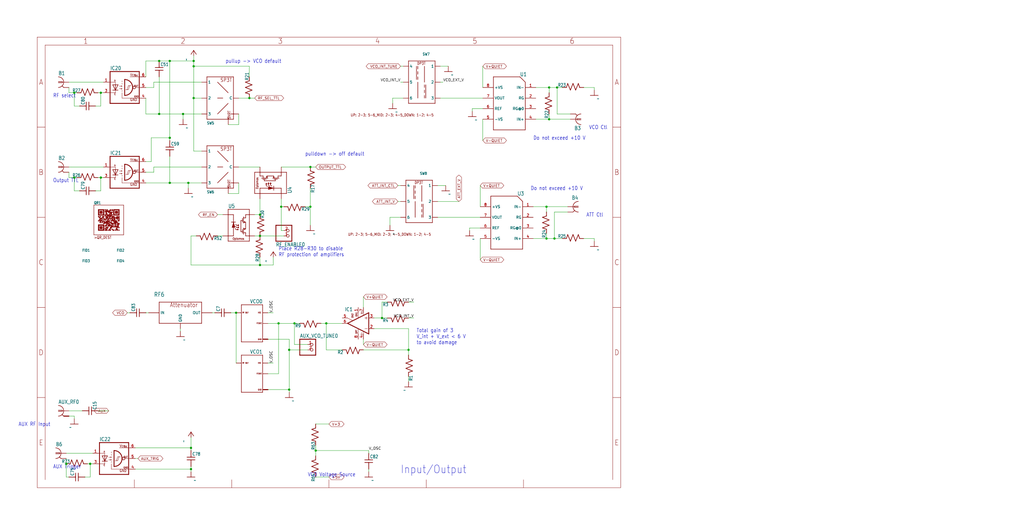
<source format=kicad_sch>
(kicad_sch (version 20211123) (generator eeschema)
  (paper "User" 490.22 254.406)
  (lib_symbols
    (symbol "aom_simple-eagle-import:+5V" (power)
      (property "Value" "+5V" (at -2.54 -5.08 90))
      (symbol "+5V_1_0"
        (pin power_in line (at 0 -2.54 90) (length 2.54) (name "+5V") (number "1"))
      )
    )
    (symbol "aom_simple-eagle-import:AD8421"
      (property "Reference" "U" (at -8.382 12.954 0))
      (property "Value" "AD8421" (at -7.62 -14.732 0))
      (symbol "AD8421_1_0"
        (pin bidirectional line (at -12.7 7.62 0) (length 5.08) (name "IN-") (number "1"))
        (pin bidirectional line (at -12.7 2.54 0) (length 5.08) (name "RG") (number "2"))
        (pin bidirectional line (at -12.7 -2.54 0) (length 5.08) (name "RG@0") (number "3"))
        (pin bidirectional line (at -12.7 -7.62 0) (length 5.08) (name "IN+") (number "4"))
        (pin bidirectional line (at 12.7 -7.62 180) (length 5.08) (name "-VS") (number "5"))
        (pin bidirectional line (at 12.7 -2.54 180) (length 5.08) (name "REF") (number "6"))
        (pin bidirectional line (at 12.7 2.54 180) (length 5.08) (name "VOUT") (number "7"))
        (pin bidirectional line (at 12.7 7.62 180) (length 5.08) (name "+VS") (number "8"))
      )
    )
    (symbol "aom_simple-eagle-import:ATTENUATOR-0805"
      (property "Reference" "RF" (at -10.16 7.62 0))
      (property "Value" "ATTENUATOR-0805" (at 2.54 7.62 0))
      (symbol "ATTENUATOR-0805_1_0"
        (text "Attenuator" (at -2.54 2.54 0) (effects (font (size 2.032 1.7272)) (justify left bottom)))
        (pin passive line (at -12.7 0 0) (length 5.08) (name "IN") (number "1"))
        (pin passive line (at 17.78 0 180) (length 5.08) (name "OUT") (number "2"))
        (pin passive line (at 2.54 -7.62 90) (length 2.54) (name "GND") (number "3"))
      )
    )
    (symbol "aom_simple-eagle-import:BNC-V"
      (property "Reference" "X" (at -2.54 3.302 0))
      (symbol "BNC-V_1_0"
        (pin passive line (at 2.54 0 180) (length 2.54) (name "1") (number "1"))
        (pin passive line (at 2.54 -2.54 180) (length 2.54) (name "2") (number "2"))
      )
    )
    (symbol "aom_simple-eagle-import:CPC1017NTR"
      (property "Reference" "U" (at -5.08 -10.16 0))
      (property "Value" "CPC1017NTR" (at -5.08 -12.7 0))
      (symbol "CPC1017NTR_1_0"
        (text "Optomos" (at -3.048 5.842 0) (effects (font (size 1.016 0.8636)) (justify left bottom)))
        (pin bidirectional line (at -7.62 5.08 0) (length 2.54) (name "C+") (number "P$1"))
        (pin bidirectional line (at -7.62 -5.08 0) (length 2.54) (name "C-") (number "P$2"))
        (pin bidirectional line (at 7.62 -5.08 180) (length 2.54) (name "L-") (number "P$3"))
        (pin bidirectional line (at 7.62 5.08 180) (length 2.54) (name "L+") (number "P$4"))
      )
    )
    (symbol "aom_simple-eagle-import:C_MLCC_SMDCMLCC_0402"
      (property "Reference" "C" (at 0.5715 0.0635 0))
      (property "Value" "C_MLCC_SMDCMLCC_0402" (at 0.5715 -4.3815 0))
      (symbol "C_MLCC_SMDCMLCC_0402_1_0"
        (pin passive line (at 0 2.54 270) (length 0) (name "1") (number "P$1"))
        (pin passive line (at 0 -5.08 90) (length 0) (name "2") (number "P$2"))
      )
    )
    (symbol "aom_simple-eagle-import:C_MLCC_SMDCMLCC_0603"
      (property "Reference" "C" (at 0.5715 0.0635 0))
      (property "Value" "C_MLCC_SMDCMLCC_0603" (at 0.5715 -4.3815 0))
      (symbol "C_MLCC_SMDCMLCC_0603_1_0"
        (pin passive line (at 0 2.54 270) (length 0) (name "1") (number "P$1"))
        (pin passive line (at 0 -5.08 90) (length 0) (name "2") (number "P$2"))
      )
    )
    (symbol "aom_simple-eagle-import:DP3T"
      (property "Reference" "SW" (at -2.54 12.7 0))
      (symbol "DP3T_1_0"
        (text "DP3T" (at -0.635 8.255 0) (effects (font (size 1.27 1.0795)) (justify left bottom)))
        (text "UP: 2-3; 5-6_MID: 2-3; 4-5_DOWN: 1-2; 4-5" (at -4.445 -16.51 0) (effects (font (size 1.27 1.0795)) (justify left bottom)))
        (pin bidirectional line (at -7.62 7.62 0) (length 2.54) (name "1") (number "1"))
        (pin bidirectional line (at -7.62 0 0) (length 2.54) (name "2") (number "2"))
        (pin bidirectional line (at -7.62 -7.62 0) (length 2.54) (name "3") (number "3"))
        (pin bidirectional line (at 10.16 7.62 180) (length 2.54) (name "4") (number "4"))
        (pin bidirectional line (at 10.16 0 180) (length 2.54) (name "5") (number "5"))
        (pin bidirectional line (at 10.16 -7.62 180) (length 2.54) (name "6") (number "6"))
      )
    )
    (symbol "aom_simple-eagle-import:FIDUCIAL-1.0MM"
      (property "Reference" "FID" (at 0 0 0))
      (property "Value" "FIDUCIAL-1.0MM" (at 0 -2.54 0))
    )
    (symbol "aom_simple-eagle-import:FRAME_A_L"
      (symbol "FRAME_A_L_0_0"
        (text "1" (at 23.2833 213.995 0) (effects (font (size 2.54 2.286))))
        (text "2" (at 69.85 213.995 0) (effects (font (size 2.54 2.286))))
        (text "3" (at 116.4167 213.995 0) (effects (font (size 2.54 2.286))))
        (text "4" (at 162.9833 213.995 0) (effects (font (size 2.54 2.286))))
        (text "5" (at 209.55 213.995 0) (effects (font (size 2.54 2.286))))
        (text "6" (at 256.1167 213.995 0) (effects (font (size 2.54 2.286))))
        (text "A" (at 1.905 194.31 0) (effects (font (size 2.54 2.286))))
        (text "A" (at 277.495 194.31 0) (effects (font (size 2.54 2.286))))
        (text "B" (at 1.905 151.13 0) (effects (font (size 2.54 2.286))))
        (text "B" (at 277.495 151.13 0) (effects (font (size 2.54 2.286))))
        (text "C" (at 1.905 107.95 0) (effects (font (size 2.54 2.286))))
        (text "C" (at 277.495 107.95 0) (effects (font (size 2.54 2.286))))
        (text "D" (at 1.905 64.77 0) (effects (font (size 2.54 2.286))))
        (text "D" (at 277.495 64.77 0) (effects (font (size 2.54 2.286))))
        (text "E" (at 1.905 21.59 0) (effects (font (size 2.54 2.286))))
        (text "E" (at 277.495 21.59 0) (effects (font (size 2.54 2.286))))
      )
      (symbol "FRAME_A_L_2_0"
        (text ">DRAWING_NAME" (at 17.78 19.05 0) (effects (font (size 2.54 2.159)) (justify left bottom)))
        (text ">LAST_DATE_TIME" (at 12.7 1.27 0) (effects (font (size 2.54 2.159)) (justify left bottom)))
        (text ">SHEET" (at 86.36 1.27 0) (effects (font (size 2.54 2.159)) (justify left bottom)))
        (text "Date:" (at 1.27 1.27 0) (effects (font (size 2.54 2.159)) (justify left bottom)))
        (text "Document Number:" (at 1.27 11.43 0) (effects (font (size 2.54 2.159)) (justify left bottom)))
        (text "REV:" (at 88.9 11.43 0) (effects (font (size 2.54 2.159)) (justify left bottom)))
        (text "Sheet:" (at 72.39 1.27 0) (effects (font (size 2.54 2.159)) (justify left bottom)))
        (text "TITLE:" (at 1.27 19.05 0) (effects (font (size 2.54 2.159)) (justify left bottom)))
      )
    )
    (symbol "aom_simple-eagle-import:GND" (power)
      (property "Value" "GND" (at -2.54 -2.54 0))
      (symbol "GND_1_0"
        (pin power_in line (at 0 2.54 270) (length 2.54) (name "GND") (number "1"))
      )
    )
    (symbol "aom_simple-eagle-import:JTOS"
      (property "Reference" "VCO" (at -5.08 9.525 0))
      (property "Value" "JTOS" (at -5.08 -10.795 0))
      (symbol "JTOS_1_0"
        (text "GND" (at -2.794 -7.3025 0) (effects (font (size 0.635 0.5397)) (justify right top)))
        (text "RF OUT" (at 1.5875 4.7625 0) (effects (font (size 0.635 0.5397)) (justify left bottom)))
        (text "VCC" (at -4.445 4.7625 0) (effects (font (size 0.635 0.5397)) (justify left bottom)))
        (text "VTUNE" (at -4.7625 -0.3175 0) (effects (font (size 0.635 0.5397)) (justify left bottom)))
        (pin power_in line (at -7.62 -7.62 0) (length 2.54) (name "7-GND") (number "1"))
        (pin power_in line (at -7.62 -7.62 0) (length 2.54) (name "7-GND") (number "10"))
        (pin power_in line (at -7.62 -7.62 0) (length 2.54) (name "7-GND") (number "11"))
        (pin power_in line (at -7.62 -7.62 0) (length 2.54) (name "7-GND") (number "12"))
        (pin output line (at 7.62 5.08 180) (length 2.54) (name "13-RFOUT") (number "13"))
        (pin power_in line (at -7.62 -7.62 0) (length 2.54) (name "7-GND") (number "14"))
        (pin power_in line (at -7.62 5.08 0) (length 2.54) (name "2-VCC") (number "2"))
        (pin power_in line (at -7.62 -7.62 0) (length 2.54) (name "7-GND") (number "3"))
        (pin power_in line (at -7.62 -7.62 0) (length 2.54) (name "7-GND") (number "4"))
        (pin input line (at -7.62 0 0) (length 2.54) (name "5-VTUNE") (number "5"))
        (pin power_in line (at -7.62 -7.62 0) (length 2.54) (name "7-GND") (number "6"))
        (pin power_in line (at -7.62 -7.62 0) (length 2.54) (name "7-GND") (number "7"))
        (pin power_in line (at -7.62 -7.62 0) (length 2.54) (name "7-GND") (number "8"))
        (pin power_in line (at -7.62 -7.62 0) (length 2.54) (name "7-GND") (number "9"))
      )
    )
    (symbol "aom_simple-eagle-import:OPAMP-SO"
      (property "Reference" "IC" (at 5.08 5.715 0))
      (property "Value" "OPAMP-SO" (at 5.08 -5.08 0))
      (symbol "OPAMP-SO_1_0"
        (text "ON1" (at 3.81 3.175 900) (effects (font (size 0.8128 0.6908)) (justify left bottom)))
        (text "ON2" (at 5.715 2.54 900) (effects (font (size 0.8128 0.6908)) (justify left bottom)))
        (text "OPT" (at 3.81 -5.08 900) (effects (font (size 0.8128 0.6908)) (justify left bottom)))
        (text "V+" (at 1.27 4.445 900) (effects (font (size 0.8128 0.6908)) (justify left bottom)))
        (text "V-" (at 1.27 -5.715 900) (effects (font (size 0.8128 0.6908)) (justify left bottom)))
        (pin passive line (at 2.54 7.62 270) (length 2.54) (name "ON1") (number "1"))
        (pin input line (at -5.08 -2.54 0) (length 2.54) (name "-IN") (number "2"))
        (pin input line (at -5.08 2.54 0) (length 2.54) (name "+IN") (number "3"))
        (pin power_in line (at 0 -7.62 90) (length 2.54) (name "V-") (number "4"))
        (pin passive line (at 10.16 2.54 180) (length 2.54) (name "ON2") (number "5"))
        (pin output line (at 10.16 0 180) (length 2.54) (name "OUT") (number "6"))
        (pin power_in line (at 0 7.62 270) (length 2.54) (name "V+") (number "7"))
        (pin passive line (at 2.54 -7.62 90) (length 2.54) (name "OPT") (number "8"))
      )
    )
    (symbol "aom_simple-eagle-import:PINHD-1X2"
      (property "Reference" "JP" (at -6.35 5.715 0))
      (property "Value" "PINHD-1X2" (at -6.35 -5.08 0))
      (symbol "PINHD-1X2_1_0"
        (pin passive inverted (at -2.54 2.54 0) (length 2.54) (name "1") (number "1"))
        (pin passive inverted (at -2.54 0 0) (length 2.54) (name "2") (number "2"))
      )
    )
    (symbol "aom_simple-eagle-import:QR-HTTPS{colon}{slash}{slash}GIT.IO{slash}VDP5Q-LIGHT-SILK"
      (property "Reference" "QR" (at -7.112 7.5184 0))
      (symbol "QR-HTTPS{colon}{slash}{slash}GIT.IO{slash}VDP5Q-LIGHT-SILK_1_0"
        (text ">QR_DEST" (at -7.112 -7.6454 0) (effects (font (size 1.27 1.0795)) (justify left top)))
      )
    )
    (symbol "aom_simple-eagle-import:ROS"
      (property "Reference" "VCO" (at -5.08 9.525 0))
      (property "Value" "ROS" (at -5.08 -10.795 0))
      (symbol "ROS_1_0"
        (text "GND" (at -2.794 -7.3025 0) (effects (font (size 0.635 0.5397)) (justify right top)))
        (text "RF OUT" (at 1.5875 4.7625 0) (effects (font (size 0.635 0.5397)) (justify left bottom)))
        (text "VCC" (at -4.445 4.7625 0) (effects (font (size 0.635 0.5397)) (justify left bottom)))
        (text "VTUNE" (at -4.7625 -0.3175 0) (effects (font (size 0.635 0.5397)) (justify left bottom)))
        (pin power_in line (at -7.62 -7.62 0) (length 2.54) (name "7-GND") (number "1"))
        (pin output line (at 7.62 5.08 180) (length 2.54) (name "13-RFOUT") (number "10"))
        (pin power_in line (at -7.62 -7.62 0) (length 2.54) (name "7-GND") (number "11"))
        (pin power_in line (at -7.62 -7.62 0) (length 2.54) (name "7-GND") (number "12"))
        (pin power_in line (at -7.62 -7.62 0) (length 2.54) (name "7-GND") (number "13"))
        (pin power_in line (at -7.62 5.08 0) (length 2.54) (name "2-VCC") (number "14"))
        (pin power_in line (at -7.62 -7.62 0) (length 2.54) (name "7-GND") (number "15"))
        (pin power_in line (at -7.62 -7.62 0) (length 2.54) (name "7-GND") (number "16"))
        (pin input line (at -7.62 0 0) (length 2.54) (name "5-VTUNE") (number "2"))
        (pin power_in line (at -7.62 -7.62 0) (length 2.54) (name "7-GND") (number "3"))
        (pin power_in line (at -7.62 -7.62 0) (length 2.54) (name "7-GND") (number "4"))
        (pin power_in line (at -7.62 -7.62 0) (length 2.54) (name "7-GND") (number "5"))
        (pin power_in line (at -7.62 -7.62 0) (length 2.54) (name "7-GND") (number "6"))
        (pin power_in line (at -7.62 -7.62 0) (length 2.54) (name "7-GND") (number "7"))
        (pin power_in line (at -7.62 -7.62 0) (length 2.54) (name "7-GND") (number "8"))
        (pin power_in line (at -7.62 -7.62 0) (length 2.54) (name "7-GND") (number "9"))
      )
    )
    (symbol "aom_simple-eagle-import:R_SMDR0603"
      (property "Reference" "R" (at -7.3025 0.3175 0))
      (property "Value" "R_SMDR0603" (at 3.3338 0.3175 0))
      (symbol "R_SMDR0603_1_0"
        (pin passive line (at -5.08 0 0) (length 0) (name "1") (number "P$1"))
        (pin passive line (at 5.08 0 180) (length 0) (name "2") (number "P$2"))
      )
    )
    (symbol "aom_simple-eagle-import:R_SMDR0805"
      (property "Reference" "R" (at -7.3025 0.3175 0))
      (property "Value" "R_SMDR0805" (at 3.3338 0.3175 0))
      (symbol "R_SMDR0805_1_0"
        (pin passive line (at -5.08 0 0) (length 0) (name "1") (number "P$1"))
        (pin passive line (at 5.08 0 180) (length 0) (name "2") (number "P$2"))
      )
    )
    (symbol "aom_simple-eagle-import:SMA-V"
      (property "Reference" "X" (at -2.54 3.302 0))
      (symbol "SMA-V_1_0"
        (pin passive line (at 2.54 -2.54 180) (length 2.54) (name "2") (number "GND1"))
        (pin passive line (at 2.54 -2.54 180) (length 2.54) (name "2") (number "GND2"))
        (pin passive line (at 2.54 -2.54 180) (length 2.54) (name "2") (number "GND3"))
        (pin passive line (at 2.54 -2.54 180) (length 2.54) (name "2") (number "GND4"))
        (pin passive line (at 2.54 0 180) (length 2.54) (name "1") (number "RF"))
      )
    )
    (symbol "aom_simple-eagle-import:SP3T"
      (property "Reference" "SW" (at -7.62 -12.7 0))
      (symbol "SP3T_1_0"
        (text "SHRT" (at 3.81 -10.16 900) (effects (font (size 1.27 1.0795)) (justify left bottom)))
        (text "SP3T" (at -1.27 7.62 0) (effects (font (size 1.778 1.5113)) (justify left bottom)))
        (pin bidirectional line (at -10.16 -7.62 0) (length 2.54) (name "3") (number "1"))
        (pin bidirectional line (at 7.62 0 180) (length 2.54) (name "C") (number "2"))
        (pin bidirectional line (at 7.62 -7.62 180) (length 2.54) (name "D") (number "3"))
        (pin bidirectional line (at -10.16 0 0) (length 2.54) (name "2") (number "4"))
        (pin bidirectional line (at 2.54 -12.7 90) (length 2.54) (name "E") (number "5"))
        (pin bidirectional line (at -10.16 7.62 0) (length 2.54) (name "1") (number "6"))
      )
    )
    (symbol "aom_simple-eagle-import:TLP2767"
      (property "Reference" "IC" (at -6.985 8.255 0))
      (property "Value" "TLP2767" (at -6.985 -10.16 0))
      (symbol "TLP2767_1_0"
        (text "A" (at -5.08 2.794 0) (effects (font (size 0.8128 0.6908)) (justify left bottom)))
        (text "C" (at -5.08 -3.683 0) (effects (font (size 0.8128 0.6908)) (justify left bottom)))
        (text "GND" (at 2.54 -6.604 0) (effects (font (size 1.27 1.0795)) (justify left bottom)))
        (text "GND" (at 4.445 -4.826 0) (effects (font (size 0.8128 0.6908)) (justify left bottom)))
        (text "OUT" (at 4.445 0.254 0) (effects (font (size 0.8128 0.6908)) (justify left bottom)))
        (text "Vcc" (at 2.54 5.334 0) (effects (font (size 1.27 1.0795)) (justify left bottom)))
        (text "Vcc" (at 4.445 5.334 0) (effects (font (size 0.8128 0.6908)) (justify left bottom)))
        (pin passive line (at -10.16 2.54 0) (length 2.54) (name "A") (number "1"))
        (pin passive line (at -10.16 -2.54 0) (length 2.54) (name "C") (number "3"))
        (pin passive line (at 10.16 -5.08 180) (length 2.54) (name "GND") (number "4"))
        (pin passive line (at 10.16 0 180) (length 2.54) (name "OUT") (number "5"))
        (pin passive line (at 10.16 5.08 180) (length 2.54) (name "VCC") (number "6"))
      )
    )
  )
  (junction (at 124.46 127))
  (junction (at 35.56 85.09))
  (junction (at 265.43 114.3))
  (junction (at 261.62 99.06))
  (junction (at 262.89 41.91))
  (junction (at 91.44 224.79))
  (junction (at 119.38 46.99))
  (junction (at 113.03 149.86))
  (junction (at 156.21 154.94))
  (junction (at 48.26 44.45))
  (junction (at 195.58 167.64))
  (junction (at 90.17 87.63))
  (junction (at 124.46 102.87))
  (junction (at 81.28 87.63))
  (junction (at 261.62 114.3))
  (junction (at 76.2 29.21))
  (junction (at 140.97 154.94))
  (junction (at 92.71 31.75))
  (junction (at 124.46 113.03))
  (junction (at 138.43 186.69))
  (junction (at 81.28 29.21))
  (junction (at 138.43 167.64))
  (junction (at 87.63 54.61))
  (junction (at 81.28 66.04))
  (junction (at 31.75 222.25))
  (junction (at 35.56 44.45))
  (junction (at 148.59 80.01))
  (junction (at 48.26 85.09))
  (junction (at 151.13 215.9))
  (junction (at 92.71 29.21))
  (junction (at 133.35 154.94))
  (junction (at 92.71 46.99))
  (junction (at 76.2 54.61))
  (junction (at 134.62 99.06))
  (junction (at 182.88 152.4))
  (junction (at 43.18 222.25))
  (junction (at 91.44 214.63))
  (junction (at 148.59 99.06))
  (junction (at 262.89 57.15))
  (junction (at 266.7 41.91))
  (wire (pts (xy 138.43 162.56) (xy 138.43 167.64)))
  (wire (pts (xy 114.3 87.63) (xy 114.3 92.71)))
  (wire (pts (xy 114.3 46.99) (xy 119.38 46.99)))
  (wire (pts (xy 90.17 87.63) (xy 90.17 90.17)))
  (wire (pts (xy 40.64 228.6) (xy 43.18 228.6)))
  (wire (pts (xy 261.62 114.3) (xy 261.62 111.76)))
  (wire (pts (xy 186.69 104.14) (xy 186.69 107.95)))
  (wire (pts (xy 35.56 44.45) (xy 33.02 44.45)))
  (wire (pts (xy 81.28 67.31) (xy 81.28 66.04)))
  (wire (pts (xy 64.77 214.63) (xy 91.44 214.63)))
  (wire (pts (xy 135.89 113.03) (xy 124.46 113.03)))
  (wire (pts (xy 109.22 59.69) (xy 114.3 59.69)))
  (wire (pts (xy 43.18 228.6) (xy 43.18 222.25)))
  (wire (pts (xy 231.14 41.91) (xy 231.14 31.75)))
  (wire (pts (xy 76.2 36.83) (xy 76.2 54.61)))
  (wire (pts (xy 185.42 144.78) (xy 182.88 144.78)))
  (wire (pts (xy 226.06 52.07) (xy 231.14 52.07)))
  (wire (pts (xy 119.38 46.99) (xy 121.92 46.99)))
  (wire (pts (xy 163.83 167.64) (xy 156.21 167.64)))
  (wire (pts (xy 262.89 57.15) (xy 262.89 54.61)))
  (wire (pts (xy 96.52 54.61) (xy 87.63 54.61)))
  (wire (pts (xy 86.36 158.75) (xy 86.36 157.48)))
  (wire (pts (xy 69.85 46.99) (xy 69.85 54.61)))
  (wire (pts (xy 226.06 53.34) (xy 226.06 52.07)))
  (wire (pts (xy 38.1 50.8) (xy 35.56 50.8)))
  (wire (pts (xy 273.05 54.61) (xy 266.7 54.61)))
  (wire (pts (xy 87.63 54.61) (xy 87.63 57.15)))
  (wire (pts (xy 48.26 85.09) (xy 46.99 85.09)))
  (wire (pts (xy 191.77 104.14) (xy 186.69 104.14)))
  (wire (pts (xy 191.77 96.52) (xy 190.5 96.52)))
  (wire (pts (xy 119.38 36.83) (xy 119.38 31.75)))
  (wire (pts (xy 140.97 154.94) (xy 133.35 154.94)))
  (wire (pts (xy 101.6 149.86) (xy 102.87 149.86)))
  (wire (pts (xy 49.53 44.45) (xy 48.26 44.45)))
  (wire (pts (xy 106.68 102.87) (xy 104.14 102.87)))
  (wire (pts (xy 49.53 85.09) (xy 48.26 85.09)))
  (wire (pts (xy 255.27 99.06) (xy 261.62 99.06)))
  (wire (pts (xy 262.89 57.15) (xy 273.05 57.15)))
  (wire (pts (xy 151.13 203.2) (xy 157.48 203.2)))
  (wire (pts (xy 72.39 77.47) (xy 72.39 66.04)))
  (wire (pts (xy 48.26 91.44) (xy 48.26 85.09)))
  (wire (pts (xy 195.58 152.4) (xy 198.12 152.4)))
  (wire (pts (xy 279.4 41.91) (xy 284.48 41.91)))
  (wire (pts (xy 44.45 217.17) (xy 31.75 217.17)))
  (wire (pts (xy 195.58 167.64) (xy 195.58 170.18)))
  (wire (pts (xy 266.7 54.61) (xy 266.7 41.91)))
  (wire (pts (xy 140.97 165.1) (xy 140.97 154.94)))
  (wire (pts (xy 81.28 87.63) (xy 90.17 87.63)))
  (wire (pts (xy 256.54 57.15) (xy 262.89 57.15)))
  (wire (pts (xy 104.14 113.03) (xy 106.68 113.03)))
  (wire (pts (xy 156.21 167.64) (xy 156.21 154.94)))
  (wire (pts (xy 265.43 101.6) (xy 265.43 114.3)))
  (wire (pts (xy 121.92 102.87) (xy 124.46 102.87)))
  (wire (pts (xy 114.3 59.69) (xy 114.3 54.61)))
  (wire (pts (xy 33.02 39.37) (xy 49.53 39.37)))
  (wire (pts (xy 133.35 154.94) (xy 133.35 179.07)))
  (wire (pts (xy 46.99 196.85) (xy 52.07 196.85)))
  (wire (pts (xy 69.85 87.63) (xy 81.28 87.63)))
  (wire (pts (xy 73.66 82.55) (xy 73.66 80.01)))
  (wire (pts (xy 229.87 114.3) (xy 229.87 124.46)))
  (wire (pts (xy 73.66 41.91) (xy 73.66 39.37)))
  (wire (pts (xy 124.46 113.03) (xy 121.92 113.03)))
  (wire (pts (xy 91.44 224.79) (xy 91.44 226.06)))
  (wire (pts (xy 41.91 222.25) (xy 43.18 222.25)))
  (wire (pts (xy 210.82 39.37) (xy 212.09 39.37)))
  (wire (pts (xy 33.02 228.6) (xy 31.75 228.6)))
  (wire (pts (xy 124.46 102.87) (xy 124.46 95.25)))
  (wire (pts (xy 147.32 167.64) (xy 138.43 167.64)))
  (wire (pts (xy 133.35 179.07) (xy 128.27 179.07)))
  (wire (pts (xy 209.55 104.14) (xy 229.87 104.14)))
  (wire (pts (xy 124.46 127) (xy 91.44 127)))
  (wire (pts (xy 69.85 77.47) (xy 72.39 77.47)))
  (wire (pts (xy 113.03 149.86) (xy 110.49 149.86)))
  (wire (pts (xy 91.44 113.03) (xy 93.98 113.03)))
  (wire (pts (xy 33.02 196.85) (xy 39.37 196.85)))
  (wire (pts (xy 91.44 223.52) (xy 91.44 224.79)))
  (wire (pts (xy 191.77 88.9) (xy 190.5 88.9)))
  (wire (pts (xy 124.46 127) (xy 124.46 123.19)))
  (wire (pts (xy 210.82 31.75) (xy 214.63 31.75)))
  (wire (pts (xy 134.62 110.49) (xy 135.89 110.49)))
  (wire (pts (xy 81.28 29.21) (xy 92.71 29.21)))
  (wire (pts (xy 92.71 31.75) (xy 92.71 46.99)))
  (wire (pts (xy 96.52 72.39) (xy 92.71 72.39)))
  (wire (pts (xy 72.39 66.04) (xy 81.28 66.04)))
  (wire (pts (xy 209.55 96.52) (xy 219.71 96.52)))
  (wire (pts (xy 271.78 101.6) (xy 265.43 101.6)))
  (wire (pts (xy 69.85 82.55) (xy 73.66 82.55)))
  (wire (pts (xy 261.62 99.06) (xy 271.78 99.06)))
  (wire (pts (xy 76.2 54.61) (xy 87.63 54.61)))
  (wire (pts (xy 91.44 127) (xy 91.44 113.03)))
  (wire (pts (xy 36.83 85.09) (xy 35.56 85.09)))
  (wire (pts (xy 33.02 44.45) (xy 33.02 41.91)))
  (wire (pts (xy 92.71 29.21) (xy 92.71 31.75)))
  (wire (pts (xy 113.03 149.86) (xy 113.03 173.99)))
  (wire (pts (xy 35.56 91.44) (xy 35.56 85.09)))
  (wire (pts (xy 193.04 31.75) (xy 191.77 31.75)))
  (wire (pts (xy 146.05 99.06) (xy 148.59 99.06)))
  (wire (pts (xy 195.58 182.88) (xy 195.58 180.34)))
  (wire (pts (xy 256.54 41.91) (xy 262.89 41.91)))
  (wire (pts (xy 81.28 74.93) (xy 81.28 87.63)))
  (wire (pts (xy 187.96 49.53) (xy 187.96 46.99)))
  (wire (pts (xy 91.44 214.63) (xy 91.44 209.55)))
  (wire (pts (xy 148.59 99.06) (xy 148.59 90.17)))
  (wire (pts (xy 69.85 149.86) (xy 71.12 149.86)))
  (wire (pts (xy 73.66 80.01) (xy 96.52 80.01)))
  (wire (pts (xy 33.02 85.09) (xy 33.02 82.55)))
  (wire (pts (xy 193.04 39.37) (xy 191.77 39.37)))
  (wire (pts (xy 279.4 114.3) (xy 284.48 114.3)))
  (wire (pts (xy 151.13 213.36) (xy 151.13 215.9)))
  (wire (pts (xy 262.89 41.91) (xy 266.7 41.91)))
  (wire (pts (xy 134.62 95.25) (xy 134.62 99.06)))
  (wire (pts (xy 224.79 110.49) (xy 224.79 109.22)))
  (wire (pts (xy 266.7 41.91) (xy 269.24 41.91)))
  (wire (pts (xy 130.81 127) (xy 124.46 127)))
  (wire (pts (xy 151.13 215.9) (xy 176.53 215.9)))
  (wire (pts (xy 48.26 50.8) (xy 48.26 44.45)))
  (wire (pts (xy 148.59 107.95) (xy 148.59 99.06)))
  (wire (pts (xy 31.75 228.6) (xy 31.75 222.25)))
  (wire (pts (xy 114.3 92.71) (xy 109.22 92.71)))
  (wire (pts (xy 36.83 44.45) (xy 35.56 44.45)))
  (wire (pts (xy 138.43 186.69) (xy 128.27 186.69)))
  (wire (pts (xy 265.43 114.3) (xy 269.24 114.3)))
  (wire (pts (xy 231.14 57.15) (xy 231.14 67.31)))
  (wire (pts (xy 92.71 26.67) (xy 92.71 29.21)))
  (wire (pts (xy 133.35 154.94) (xy 128.27 154.94)))
  (wire (pts (xy 179.07 157.48) (xy 195.58 157.48)))
  (wire (pts (xy 255.27 114.3) (xy 261.62 114.3)))
  (wire (pts (xy 128.27 173.99) (xy 130.81 173.99)))
  (wire (pts (xy 81.28 66.04) (xy 81.28 29.21)))
  (wire (pts (xy 182.88 144.78) (xy 182.88 152.4)))
  (wire (pts (xy 96.52 46.99) (xy 92.71 46.99)))
  (wire (pts (xy 119.38 31.75) (xy 92.71 31.75)))
  (wire (pts (xy 35.56 85.09) (xy 33.02 85.09)))
  (wire (pts (xy 182.88 152.4) (xy 185.42 152.4)))
  (wire (pts (xy 173.99 147.32) (xy 173.99 142.24)))
  (wire (pts (xy 92.71 46.99) (xy 92.71 72.39)))
  (wire (pts (xy 151.13 228.6) (xy 157.48 228.6)))
  (wire (pts (xy 261.62 114.3) (xy 265.43 114.3)))
  (wire (pts (xy 69.85 41.91) (xy 73.66 41.91)))
  (wire (pts (xy 96.52 87.63) (xy 90.17 87.63)))
  (wire (pts (xy 64.77 219.71) (xy 66.04 219.71)))
  (wire (pts (xy 45.72 91.44) (xy 48.26 91.44)))
  (wire (pts (xy 33.02 199.39) (xy 35.56 199.39)))
  (wire (pts (xy 138.43 167.64) (xy 138.43 186.69)))
  (wire (pts (xy 147.32 165.1) (xy 140.97 165.1)))
  (wire (pts (xy 284.48 41.91) (xy 284.48 43.18)))
  (wire (pts (xy 209.55 88.9) (xy 213.36 88.9)))
  (wire (pts (xy 143.51 154.94) (xy 140.97 154.94)))
  (wire (pts (xy 33.02 80.01) (xy 49.53 80.01)))
  (wire (pts (xy 64.77 224.79) (xy 91.44 224.79)))
  (wire (pts (xy 48.26 44.45) (xy 46.99 44.45)))
  (wire (pts (xy 43.18 222.25) (xy 44.45 222.25)))
  (wire (pts (xy 179.07 152.4) (xy 182.88 152.4)))
  (wire (pts (xy 284.48 114.3) (xy 284.48 115.57)))
  (wire (pts (xy 148.59 80.01) (xy 151.13 80.01)))
  (wire (pts (xy 156.21 154.94) (xy 163.83 154.94)))
  (wire (pts (xy 138.43 186.69) (xy 138.43 187.96)))
  (wire (pts (xy 134.62 99.06) (xy 134.62 110.49)))
  (wire (pts (xy 114.3 80.01) (xy 124.46 80.01)))
  (wire (pts (xy 62.23 149.86) (xy 60.96 149.86)))
  (wire (pts (xy 128.27 162.56) (xy 138.43 162.56)))
  (wire (pts (xy 195.58 144.78) (xy 198.12 144.78)))
  (wire (pts (xy 69.85 29.21) (xy 69.85 36.83)))
  (wire (pts (xy 45.72 50.8) (xy 48.26 50.8)))
  (wire (pts (xy 173.99 162.56) (xy 173.99 165.1)))
  (wire (pts (xy 91.44 214.63) (xy 91.44 215.9)))
  (wire (pts (xy 148.59 80.01) (xy 134.62 80.01)))
  (wire (pts (xy 35.56 199.39) (xy 35.56 200.66)))
  (wire (pts (xy 76.2 29.21) (xy 81.28 29.21)))
  (wire (pts (xy 229.87 99.06) (xy 229.87 88.9)))
  (wire (pts (xy 187.96 46.99) (xy 193.04 46.99)))
  (wire (pts (xy 38.1 91.44) (xy 35.56 91.44)))
  (wire (pts (xy 153.67 154.94) (xy 156.21 154.94)))
  (wire (pts (xy 262.89 41.91) (xy 262.89 44.45)))
  (wire (pts (xy 69.85 54.61) (xy 76.2 54.61)))
  (wire (pts (xy 261.62 99.06) (xy 261.62 101.6)))
  (wire (pts (xy 76.2 29.21) (xy 69.85 29.21)))
  (wire (pts (xy 224.79 109.22) (xy 229.87 109.22)))
  (wire (pts (xy 151.13 215.9) (xy 151.13 218.44)))
  (wire (pts (xy 73.66 39.37) (xy 96.52 39.37)))
  (wire (pts (xy 31.75 219.71) (xy 31.75 222.25)))
  (wire (pts (xy 195.58 157.48) (xy 195.58 167.64)))
  (wire (pts (xy 35.56 50.8) (xy 35.56 44.45)))
  (wire (pts (xy 210.82 46.99) (xy 231.14 46.99)))
  (wire (pts (xy 135.89 99.06) (xy 134.62 99.06)))
  (wire (pts (xy 130.81 123.19) (xy 130.81 127)))
  (wire (pts (xy 176.53 224.79) (xy 176.53 226.06)))
  (wire (pts (xy 176.53 215.9) (xy 176.53 217.17)))
  (wire (pts (xy 173.99 167.64) (xy 195.58 167.64)))
  (wire (pts (xy 128.27 149.86) (xy 130.81 149.86)))
  (text "AUX Trigger" (at 25.4 224.79 180) (effects (font (size 1.778 1.5113)) (justify left bottom)))
  (text "Do not exceed +10 V" (at 255.27 67.31 180) (effects (font (size 1.778 1.5113)) (justify left bottom)))
  (text "Do not exceed +10 V" (at 254 91.44 180) (effects (font (size 1.778 1.5113)) (justify left bottom)))
  (text "AUX RF Input" (at 24.13 204.47 180) (effects (font (size 1.778 1.5113)) (justify right bottom)))
  (text "RF select" (at 25.4 46.99 180) (effects (font (size 1.778 1.5113)) (justify left bottom)))
  (text "ATT Ctl" (at 280.67 104.14 180) (effects (font (size 1.778 1.5113)) (justify left bottom)))
  (text "pullup -> VCO default" (at 107.95 30.48 180) (effects (font (size 1.778 1.5113)) (justify left bottom)))
  (text "VCO Voltage Source" (at 147.32 228.6 180) (effects (font (size 1.778 1.5113)) (justify left bottom)))
  (text "Place R28-R30 to disable\nRF protection of amplifiers" (at 133.35 123.19 0) (effects (font (size 1.778 1.5113)) (justify left bottom)))
  (text "VCO Ctl" (at 281.94 62.23 180) (effects (font (size 1.778 1.5113)) (justify left bottom)))
  (text "Output TTL" (at 25.4 87.63 180) (effects (font (size 1.778 1.5113)) (justify left bottom)))
  (text "Total gain of 3\nV_int + V_ext < 6 V\nto avoid damage" (at 199.39 157.48 0) (effects (font (size 1.778 1.5113)) (justify left top)))
  (text "pulldown -> off default" (at 146.05 74.93 180) (effects (font (size 1.778 1.5113)) (justify left bottom)))
  (text "Input/Output" (at 191.77 227.33 180) (effects (font (size 3.81 3.2385)) (justify left bottom)))
  (label "VCO_INT_V" (at 198.12 152.4 180) (effects (font (size 1.2446 1.2446))))
  (label "VCO_EXT_V" (at 198.12 144.78 180) (effects (font (size 1.2446 1.2446))))
  (label "VCO_EXT_V" (at 212.09 39.37 0) (effects (font (size 1.2446 1.2446))))
  (label "VCO_INT_V" (at 191.77 39.37 180) (effects (font (size 1.2446 1.2446))))
  (label "V_OSC" (at 176.53 215.9 0) (effects (font (size 1.2446 1.2446))))
  (label "V_OSC" (at 130.81 149.86 90) (effects (font (size 1.2446 1.2446))))
  (label "V_OSC" (at 130.81 173.99 90) (effects (font (size 1.2446 1.2446))))
  (global_label "V+QUIET" (shape bidirectional) (at 229.87 88.9 0) (effects (font (size 1.2446 1.2446))) (property "Intersheet References" "${INTERSHEET_REFS}" (effects hide)))
  (global_label "V-QUIET" (shape bidirectional) (at 173.99 165.1 0) (effects (font (size 1.2446 1.2446))) (property "Intersheet References" "${INTERSHEET_REFS}" (effects hide)))
  (global_label "VCO_INT_TUNE" (shape bidirectional) (at 191.77 31.75 180) (effects (font (size 1.2446 1.2446))) (property "Intersheet References" "${INTERSHEET_REFS}" (effects hide)))
  (global_label "V+QUIET" (shape bidirectional) (at 231.14 31.75 0) (effects (font (size 1.2446 1.2446))) (property "Intersheet References" "${INTERSHEET_REFS}" (effects hide)))
  (global_label "+5V" (shape bidirectional) (at 157.48 228.6 0) (effects (font (size 1.2446 1.2446))) (property "Intersheet References" "${INTERSHEET_REFS}" (effects hide)))
  (global_label "OUTPUT_TTL" (shape bidirectional) (at 151.13 80.01 0) (effects (font (size 1.2446 1.2446))) (property "Intersheet References" "${INTERSHEET_REFS}" (effects hide)))
  (global_label "V-QUIET" (shape bidirectional) (at 229.87 124.46 0) (effects (font (size 1.2446 1.2446))) (property "Intersheet References" "${INTERSHEET_REFS}" (effects hide)))
  (global_label "ATT_INT_CTL" (shape bidirectional) (at 190.5 88.9 180) (effects (font (size 1.2446 1.2446))) (property "Intersheet References" "${INTERSHEET_REFS}" (effects hide)))
  (global_label "RF_EN" (shape bidirectional) (at 104.14 102.87 180) (effects (font (size 1.2446 1.2446))) (property "Intersheet References" "${INTERSHEET_REFS}" (effects hide)))
  (global_label "V-QUIET" (shape bidirectional) (at 231.14 67.31 0) (effects (font (size 1.2446 1.2446))) (property "Intersheet References" "${INTERSHEET_REFS}" (effects hide)))
  (global_label "AUX" (shape bidirectional) (at 52.07 196.85 180) (effects (font (size 1.2446 1.2446))) (property "Intersheet References" "${INTERSHEET_REFS}" (effects hide)))
  (global_label "ATT_INT_V" (shape bidirectional) (at 190.5 96.52 180) (effects (font (size 1.2446 1.2446))) (property "Intersheet References" "${INTERSHEET_REFS}" (effects hide)))
  (global_label "RF_SEL_TTL" (shape bidirectional) (at 121.92 46.99 0) (effects (font (size 1.2446 1.2446))) (property "Intersheet References" "${INTERSHEET_REFS}" (effects hide)))
  (global_label "V+QUIET" (shape bidirectional) (at 173.99 142.24 0) (effects (font (size 1.2446 1.2446))) (property "Intersheet References" "${INTERSHEET_REFS}" (effects hide)))
  (global_label "V+3" (shape bidirectional) (at 157.48 203.2 0) (effects (font (size 1.2446 1.2446))) (property "Intersheet References" "${INTERSHEET_REFS}" (effects hide)))
  (global_label "ATT_EXT_V" (shape bidirectional) (at 219.71 96.52 90) (effects (font (size 1.2446 1.2446))) (property "Intersheet References" "${INTERSHEET_REFS}" (effects hide)))
  (global_label "AUX_TRIG" (shape bidirectional) (at 66.04 219.71 0) (effects (font (size 1.2446 1.2446))) (property "Intersheet References" "${INTERSHEET_REFS}" (effects hide)))
  (global_label "VCO" (shape bidirectional) (at 60.96 149.86 180) (effects (font (size 1.2446 1.2446))) (property "Intersheet References" "${INTERSHEET_REFS}" (effects hide)))
  (symbol (lib_id "aom_simple-eagle-import:TLP2767") (at 54.61 219.71 0) (unit 1)
    (property "Reference" "IC22" (at 47.625 211.455 0) (effects (font (size 1.778 1.5113)) (justify left bottom)))
  )
  (symbol (lib_id "aom_simple-eagle-import:ROS") (at 120.65 179.07 0) (mirror y) (unit 1)
    (property "Reference" "VCO1" (at 125.73 169.545 0) (effects (font (size 1.778 1.5113)) (justify left bottom)))
  )
  (symbol (lib_id "aom_simple-eagle-import:R_SMDR0603") (at 190.5 152.4 0) (mirror x) (unit 1)
    (property "Reference" "R4" (at 183.1975 152.7175 0) (effects (font (size 1.524 1.2954)) (justify left bottom)))
  )
  (symbol (lib_id "aom_simple-eagle-import:FIDUCIAL-1.0MM") (at 39.37 120.65 0) (unit 1)
    (property "Reference" "FID1" (at 39.37 120.65 0) (effects (font (size 1.27 1.0795)) (justify left bottom)))
  )
  (symbol (lib_id "aom_simple-eagle-import:BNC-V") (at 274.32 99.06 0) (mirror y) (unit 1)
    (property "Reference" "B4" (at 276.86 95.758 0) (effects (font (size 1.778 1.5113)) (justify left bottom)))
  )
  (symbol (lib_id "aom_simple-eagle-import:+5V") (at 130.81 120.65 0) (unit 1)
    (property "Reference" "#P+3" (effects hide))
  )
  (symbol (lib_id "aom_simple-eagle-import:GND") (at 284.48 45.72 0) (mirror y) (unit 1)
    (property "Reference" "#GND9" (effects hide))
  )
  (symbol (lib_id "aom_simple-eagle-import:TLP2767") (at 59.69 41.91 0) (unit 1)
    (property "Reference" "IC20" (at 52.705 33.655 0) (effects (font (size 1.778 1.5113)) (justify left bottom)))
  )
  (symbol (lib_id "aom_simple-eagle-import:C_MLCC_SMDCMLCC_0603") (at 176.53 219.71 0) (unit 1)
    (property "Reference" "C82" (at 177.1015 219.6465 0) (effects (font (size 1.524 1.2954)) (justify left bottom)))
  )
  (symbol (lib_id "aom_simple-eagle-import:R_SMDR0805") (at 151.13 223.52 90) (unit 1)
    (property "Reference" "R64" (at 150.8125 230.8225 0) (effects (font (size 1.524 1.2954)) (justify left bottom)))
  )
  (symbol (lib_id "aom_simple-eagle-import:AD8421") (at 243.84 49.53 0) (mirror y) (unit 1)
    (property "Reference" "U1" (at 252.222 36.576 0) (effects (font (size 1.778 1.5113)) (justify left bottom)))
  )
  (symbol (lib_id "aom_simple-eagle-import:R_SMDR0603") (at 119.38 41.91 90) (mirror x) (unit 1)
    (property "Reference" "R21" (at 119.0625 34.6075 0) (effects (font (size 1.524 1.2954)) (justify left bottom)))
  )
  (symbol (lib_id "aom_simple-eagle-import:GND") (at 226.06 55.88 0) (mirror y) (unit 1)
    (property "Reference" "#GND56" (effects hide))
  )
  (symbol (lib_id "aom_simple-eagle-import:SMA-V") (at 30.48 196.85 0) (unit 1)
    (property "Reference" "AUX_RF0" (at 27.94 193.548 0) (effects (font (size 1.778 1.5113)) (justify left bottom)))
  )
  (symbol (lib_id "aom_simple-eagle-import:C_MLCC_SMDCMLCC_0402") (at 105.41 149.86 90) (unit 1)
    (property "Reference" "C7" (at 105.3465 149.2885 0) (effects (font (size 1.524 1.2954)) (justify left bottom)))
  )
  (symbol (lib_id "aom_simple-eagle-import:PINHD-1X2") (at 149.86 167.64 0) (unit 1)
    (property "Reference" "AUX_VCO_TUNE0" (at 143.51 161.925 0) (effects (font (size 1.778 1.5113)) (justify left bottom)))
  )
  (symbol (lib_id "aom_simple-eagle-import:GND") (at 91.44 228.6 0) (mirror y) (unit 1)
    (property "Reference" "#GND8" (effects hide))
  )
  (symbol (lib_id "aom_simple-eagle-import:GND") (at 35.56 203.2 0) (unit 1)
    (property "Reference" "#GND5" (effects hide))
  )
  (symbol (lib_id "aom_simple-eagle-import:R_SMDR0603") (at 261.62 106.68 90) (unit 1)
    (property "Reference" "R24" (at 261.3025 113.9825 0) (effects (font (size 1.524 1.2954)) (justify left bottom)))
  )
  (symbol (lib_id "aom_simple-eagle-import:ATTENUATOR-0805") (at 83.82 149.86 0) (unit 1)
    (property "Reference" "RF6" (at 73.66 142.24 0) (effects (font (size 2.032 1.7272)) (justify left bottom)))
  )
  (symbol (lib_id "aom_simple-eagle-import:C_MLCC_SMDCMLCC_0402") (at 35.56 228.6 90) (unit 1)
    (property "Reference" "C75" (at 35.4965 228.0285 0) (effects (font (size 1.524 1.2954)) (justify left bottom)))
  )
  (symbol (lib_id "aom_simple-eagle-import:GND") (at 176.53 228.6 0) (mirror y) (unit 1)
    (property "Reference" "#GND49" (effects hide))
  )
  (symbol (lib_id "aom_simple-eagle-import:R_SMDR0603") (at 124.46 107.95 270) (unit 1)
    (property "Reference" "R30" (at 124.7775 100.6475 0) (effects (font (size 1.524 1.2954)) (justify left bottom)))
  )
  (symbol (lib_id "aom_simple-eagle-import:GND") (at 224.79 113.03 0) (mirror y) (unit 1)
    (property "Reference" "#GND58" (effects hide))
  )
  (symbol (lib_id "aom_simple-eagle-import:CPC1017NTR") (at 114.3 107.95 0) (mirror x) (unit 1)
    (property "Reference" "U5" (at 109.22 97.79 0) (effects (font (size 1.778 1.5113)) (justify left bottom)))
  )
  (symbol (lib_id "aom_simple-eagle-import:GND") (at 195.58 185.42 0) (unit 1)
    (property "Reference" "#GND14" (effects hide))
  )
  (symbol (lib_id "aom_simple-eagle-import:R_SMDR0603") (at 36.83 222.25 0) (unit 1)
    (property "Reference" "R73" (at 29.5275 221.9325 0) (effects (font (size 1.524 1.2954)) (justify left bottom)))
  )
  (symbol (lib_id "aom_simple-eagle-import:JTOS") (at 120.65 154.94 0) (mirror y) (unit 1)
    (property "Reference" "VCO0" (at 125.73 145.415 0) (effects (font (size 1.778 1.5113)) (justify left bottom)))
  )
  (symbol (lib_id "aom_simple-eagle-import:+5V") (at 92.71 24.13 0) (unit 1)
    (property "Reference" "#P+8" (effects hide))
  )
  (symbol (lib_id "aom_simple-eagle-import:AD8421") (at 242.57 106.68 0) (mirror y) (unit 1)
    (property "Reference" "U3" (at 250.952 93.726 0) (effects (font (size 1.778 1.5113)) (justify left bottom)))
  )
  (symbol (lib_id "aom_simple-eagle-import:TLP2767") (at 59.69 82.55 0) (unit 1)
    (property "Reference" "IC21" (at 52.705 74.295 0) (effects (font (size 1.778 1.5113)) (justify left bottom)))
  )
  (symbol (lib_id "aom_simple-eagle-import:GND") (at 213.36 91.44 0) (mirror y) (unit 1)
    (property "Reference" "#GND17" (effects hide))
  )
  (symbol (lib_id "aom_simple-eagle-import:SP3T") (at 106.68 46.99 0) (unit 1)
    (property "Reference" "SW5" (at 99.06 59.69 0) (effects (font (size 1.27 1.0795)) (justify left bottom)))
  )
  (symbol (lib_id "aom_simple-eagle-import:C_MLCC_SMDCMLCC_0603") (at 76.2 31.75 0) (unit 1)
    (property "Reference" "C51" (at 76.7715 31.6865 0) (effects (font (size 1.524 1.2954)) (justify left bottom)))
  )
  (symbol (lib_id "aom_simple-eagle-import:GND") (at 187.96 52.07 0) (mirror y) (unit 1)
    (property "Reference" "#GND13" (effects hide))
  )
  (symbol (lib_id "aom_simple-eagle-import:R_SMDR0603") (at 148.59 154.94 0) (mirror x) (unit 1)
    (property "Reference" "R9" (at 141.2875 155.2575 0) (effects (font (size 1.524 1.2954)) (justify left bottom)))
  )
  (symbol (lib_id "aom_simple-eagle-import:FIDUCIAL-1.0MM") (at 39.37 125.73 0) (unit 1)
    (property "Reference" "FID3" (at 39.37 125.73 0) (effects (font (size 1.27 1.0795)) (justify left bottom)))
  )
  (symbol (lib_id "aom_simple-eagle-import:BNC-V") (at 30.48 39.37 0) (unit 1)
    (property "Reference" "B1" (at 27.94 36.068 0) (effects (font (size 1.778 1.5113)) (justify left bottom)))
  )
  (symbol (lib_id "aom_simple-eagle-import:R_SMDR0603") (at 148.59 85.09 270) (mirror x) (unit 1)
    (property "Reference" "R17" (at 148.9075 92.3925 0) (effects (font (size 1.524 1.2954)) (justify left bottom)))
  )
  (symbol (lib_id "aom_simple-eagle-import:GND") (at 87.63 59.69 0) (mirror y) (unit 1)
    (property "Reference" "#GND26" (effects hide))
  )
  (symbol (lib_id "aom_simple-eagle-import:FIDUCIAL-1.0MM") (at 55.88 120.65 0) (unit 1)
    (property "Reference" "FID2" (at 55.88 120.65 0) (effects (font (size 1.27 1.0795)) (justify left bottom)))
  )
  (symbol (lib_id "aom_simple-eagle-import:GND") (at 138.43 190.5 0) (mirror y) (unit 1)
    (property "Reference" "#GND7" (effects hide))
  )
  (symbol (lib_id "aom_simple-eagle-import:R_SMDR0603") (at 262.89 49.53 90) (unit 1)
    (property "Reference" "R22" (at 262.5725 56.8325 0) (effects (font (size 1.524 1.2954)) (justify left bottom)))
  )
  (symbol (lib_id "aom_simple-eagle-import:FRAME_A_L") (at 17.78 233.68 0) (unit 1)
    (property "Reference" "#FRAME1" (effects hide))
  )
  (symbol (lib_id "aom_simple-eagle-import:CPC1017NTR") (at 129.54 87.63 90) (unit 1)
    (property "Reference" "U4" (at 139.7 92.71 0) (effects (font (size 1.778 1.5113)) (justify left bottom)))
  )
  (symbol (lib_id "aom_simple-eagle-import:GND") (at 86.36 161.29 0) (mirror y) (unit 1)
    (property "Reference" "#GND47" (effects hide))
  )
  (symbol (lib_id "aom_simple-eagle-import:R_SMDR0603") (at 124.46 118.11 90) (unit 1)
    (property "Reference" "R28" (at 124.1425 125.4125 0) (effects (font (size 1.524 1.2954)) (justify left bottom)))
  )
  (symbol (lib_id "aom_simple-eagle-import:R_SMDR0603") (at 41.91 85.09 0) (unit 1)
    (property "Reference" "R26" (at 34.6075 84.7725 0) (effects (font (size 1.524 1.2954)) (justify left bottom)))
  )
  (symbol (lib_id "aom_simple-eagle-import:GND") (at 284.48 118.11 0) (mirror y) (unit 1)
    (property "Reference" "#GND57" (effects hide))
  )
  (symbol (lib_id "aom_simple-eagle-import:DP3T") (at 201.93 96.52 0) (mirror y) (unit 1)
    (property "Reference" "SW8" (at 204.47 83.82 0) (effects (font (size 1.27 1.0795)) (justify left bottom)))
  )
  (symbol (lib_id "aom_simple-eagle-import:FIDUCIAL-1.0MM") (at 55.88 125.73 0) (unit 1)
    (property "Reference" "FID4" (at 55.88 125.73 0) (effects (font (size 1.27 1.0795)) (justify left bottom)))
  )
  (symbol (lib_id "aom_simple-eagle-import:R_SMDR0603") (at 41.91 44.45 0) (unit 1)
    (property "Reference" "R27" (at 34.6075 44.1325 0) (effects (font (size 1.524 1.2954)) (justify left bottom)))
  )
  (symbol (lib_id "aom_simple-eagle-import:GND") (at 148.59 110.49 0) (mirror y) (unit 1)
    (property "Reference" "#GND55" (effects hide))
  )
  (symbol (lib_id "aom_simple-eagle-import:GND") (at 90.17 92.71 0) (mirror y) (unit 1)
    (property "Reference" "#GND11" (effects hide))
  )
  (symbol (lib_id "aom_simple-eagle-import:C_MLCC_SMDCMLCC_0402") (at 40.64 91.44 90) (unit 1)
    (property "Reference" "C79" (at 40.5765 90.8685 0) (effects (font (size 1.524 1.2954)) (justify left bottom)))
  )
  (symbol (lib_id "aom_simple-eagle-import:R_SMDR0805") (at 151.13 208.28 90) (unit 1)
    (property "Reference" "R63" (at 150.8125 215.5825 0) (effects (font (size 1.524 1.2954)) (justify left bottom)))
  )
  (symbol (lib_id "aom_simple-eagle-import:R_SMDR0805") (at 274.32 114.3 0) (unit 1)
    (property "Reference" "R25" (at 267.0175 113.9825 0) (effects (font (size 1.524 1.2954)) (justify left bottom)))
  )
  (symbol (lib_id "aom_simple-eagle-import:OPAMP-SO") (at 173.99 154.94 0) (mirror y) (unit 1)
    (property "Reference" "IC1" (at 168.91 149.225 0) (effects (font (size 1.778 1.5113)) (justify left bottom)))
  )
  (symbol (lib_id "aom_simple-eagle-import:R_SMDR0603") (at 140.97 99.06 180) (unit 1)
    (property "Reference" "R29" (at 148.2725 99.3775 0) (effects (font (size 1.524 1.2954)) (justify left bottom)))
  )
  (symbol (lib_id "aom_simple-eagle-import:R_SMDR0603") (at 168.91 167.64 0) (mirror x) (unit 1)
    (property "Reference" "R2" (at 161.6075 167.9575 0) (effects (font (size 1.524 1.2954)) (justify left bottom)))
  )
  (symbol (lib_id "aom_simple-eagle-import:C_MLCC_SMDCMLCC_0402") (at 44.45 196.85 270) (mirror x) (unit 1)
    (property "Reference" "C15" (at 44.5135 196.2785 0) (effects (font (size 1.524 1.2954)) (justify left bottom)))
  )
  (symbol (lib_id "aom_simple-eagle-import:GND") (at 186.69 110.49 0) (mirror y) (unit 1)
    (property "Reference" "#GND10" (effects hide))
  )
  (symbol (lib_id "aom_simple-eagle-import:C_MLCC_SMDCMLCC_0603") (at 91.44 218.44 0) (unit 1)
    (property "Reference" "C78" (at 92.0115 218.3765 0) (effects (font (size 1.524 1.2954)) (justify left bottom)))
  )
  (symbol (lib_id "aom_simple-eagle-import:BNC-V") (at 275.59 57.15 180) (unit 1)
    (property "Reference" "B3" (at 278.13 60.452 0) (effects (font (size 1.778 1.5113)) (justify left bottom)))
  )
  (symbol (lib_id "aom_simple-eagle-import:BNC-V") (at 29.21 217.17 0) (unit 1)
    (property "Reference" "B6" (at 26.67 213.868 0) (effects (font (size 1.778 1.5113)) (justify left bottom)))
  )
  (symbol (lib_id "aom_simple-eagle-import:BNC-V") (at 30.48 80.01 0) (unit 1)
    (property "Reference" "B2" (at 27.94 76.708 0) (effects (font (size 1.778 1.5113)) (justify left bottom)))
  )
  (symbol (lib_id "aom_simple-eagle-import:R_SMDR0603") (at 190.5 144.78 0) (mirror x) (unit 1)
    (property "Reference" "R3" (at 183.1975 145.0975 0) (effects (font (size 1.524 1.2954)) (justify left bottom)))
  )
  (symbol (lib_id "aom_simple-eagle-import:R_SMDR0805") (at 274.32 41.91 0) (unit 1)
    (property "Reference" "R23" (at 267.0175 41.5925 0) (effects (font (size 1.524 1.2954)) (justify left bottom)))
  )
  (symbol (lib_id "aom_simple-eagle-import:C_MLCC_SMDCMLCC_0402") (at 40.64 50.8 90) (unit 1)
    (property "Reference" "C80" (at 40.5765 50.2285 0) (effects (font (size 1.524 1.2954)) (justify left bottom)))
  )
  (symbol (lib_id "aom_simple-eagle-import:C_MLCC_SMDCMLCC_0402") (at 64.77 149.86 90) (unit 1)
    (property "Reference" "C83" (at 64.7065 149.2885 0) (effects (font (size 1.524 1.2954)) (justify left bottom)))
  )
  (symbol (lib_id "aom_simple-eagle-import:QR-HTTPS{colon}{slash}{slash}GIT.IO{slash}VDP5Q-LIGHT-SILK") (at 52.07 105.41 0) (unit 1)
    (property "Reference" "QR1" (at 44.958 97.8916 0) (effects (font (size 1.27 1.0795)) (justify left bottom)))
  )
  (symbol (lib_id "aom_simple-eagle-import:GND") (at 214.63 34.29 0) (mirror y) (unit 1)
    (property "Reference" "#GND12" (effects hide))
  )
  (symbol (lib_id "aom_simple-eagle-import:C_MLCC_SMDCMLCC_0603") (at 81.28 69.85 0) (unit 1)
    (property "Reference" "C59" (at 81.8515 69.7865 0) (effects (font (size 1.524 1.2954)) (justify left bottom)))
  )
  (symbol (lib_id "aom_simple-eagle-import:PINHD-1X2") (at 138.43 110.49 0) (mirror x) (unit 1)
    (property "Reference" "RF_ENABLE0" (at 132.08 116.205 0) (effects (font (size 1.778 1.5113)) (justify left bottom)))
  )
  (symbol (lib_id "aom_simple-eagle-import:R_SMDR0603") (at 195.58 175.26 270) (mirror x) (unit 1)
    (property "Reference" "R1" (at 195.8975 182.5625 0) (effects (font (size 1.524 1.2954)) (justify left bottom)))
  )
  (symbol (lib_id "aom_simple-eagle-import:DP3T") (at 203.2 39.37 0) (mirror y) (unit 1)
    (property "Reference" "SW7" (at 205.74 26.67 0) (effects (font (size 1.27 1.0795)) (justify left bottom)))
  )
  (symbol (lib_id "aom_simple-eagle-import:+5V") (at 91.44 207.01 0) (unit 1)
    (property "Reference" "#P+15" (effects hide))
  )
  (symbol (lib_id "aom_simple-eagle-import:R_SMDR0603") (at 99.06 113.03 180) (unit 1)
    (property "Reference" "R52" (at 106.3625 113.3475 0) (effects (font (size 1.524 1.2954)) (justify left bottom)))
  )
  (symbol (lib_id "aom_simple-eagle-import:SP3T") (at 106.68 80.01 0) (unit 1)
    (property "Reference" "SW6" (at 99.06 92.71 0) (effects (font (size 1.27 1.0795)) (justify left bottom)))
  )
)
</source>
